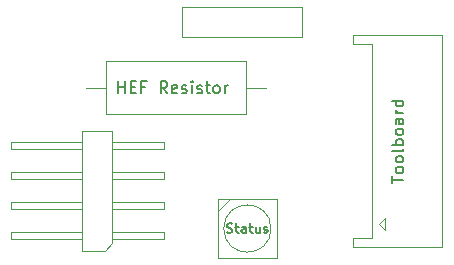
<source format=gbr>
%TF.GenerationSoftware,KiCad,Pcbnew,(6.0.7)*%
%TF.CreationDate,2022-11-20T15:50:49-05:00*%
%TF.ProjectId,CANBurner,43414e42-7572-46e6-9572-2e6b69636164,2.0*%
%TF.SameCoordinates,Original*%
%TF.FileFunction,AssemblyDrawing,Top*%
%FSLAX46Y46*%
G04 Gerber Fmt 4.6, Leading zero omitted, Abs format (unit mm)*
G04 Created by KiCad (PCBNEW (6.0.7)) date 2022-11-20 15:50:49*
%MOMM*%
%LPD*%
G01*
G04 APERTURE LIST*
%ADD10C,0.150000*%
%ADD11C,0.100000*%
G04 APERTURE END LIST*
D10*
%TO.C,Status*%
X79546666Y-40180623D02*
X79660952Y-40218718D01*
X79851428Y-40218718D01*
X79927619Y-40180623D01*
X79965714Y-40142528D01*
X80003809Y-40066337D01*
X80003809Y-39990147D01*
X79965714Y-39913956D01*
X79927619Y-39875861D01*
X79851428Y-39837766D01*
X79699047Y-39799671D01*
X79622857Y-39761575D01*
X79584761Y-39723480D01*
X79546666Y-39647290D01*
X79546666Y-39571099D01*
X79584761Y-39494909D01*
X79622857Y-39456814D01*
X79699047Y-39418718D01*
X79889523Y-39418718D01*
X80003809Y-39456814D01*
X80232380Y-39685385D02*
X80537142Y-39685385D01*
X80346666Y-39418718D02*
X80346666Y-40104433D01*
X80384761Y-40180623D01*
X80460952Y-40218718D01*
X80537142Y-40218718D01*
X81146666Y-40218718D02*
X81146666Y-39799671D01*
X81108571Y-39723480D01*
X81032380Y-39685385D01*
X80880000Y-39685385D01*
X80803809Y-39723480D01*
X81146666Y-40180623D02*
X81070476Y-40218718D01*
X80880000Y-40218718D01*
X80803809Y-40180623D01*
X80765714Y-40104433D01*
X80765714Y-40028242D01*
X80803809Y-39952052D01*
X80880000Y-39913956D01*
X81070476Y-39913956D01*
X81146666Y-39875861D01*
X81413333Y-39685385D02*
X81718095Y-39685385D01*
X81527619Y-39418718D02*
X81527619Y-40104433D01*
X81565714Y-40180623D01*
X81641904Y-40218718D01*
X81718095Y-40218718D01*
X82327619Y-39685385D02*
X82327619Y-40218718D01*
X81984761Y-39685385D02*
X81984761Y-40104433D01*
X82022857Y-40180623D01*
X82099047Y-40218718D01*
X82213333Y-40218718D01*
X82289523Y-40180623D01*
X82327619Y-40142528D01*
X82670476Y-40180623D02*
X82746666Y-40218718D01*
X82899047Y-40218718D01*
X82975238Y-40180623D01*
X83013333Y-40104433D01*
X83013333Y-40066337D01*
X82975238Y-39990147D01*
X82899047Y-39952052D01*
X82784761Y-39952052D01*
X82708571Y-39913956D01*
X82670476Y-39837766D01*
X82670476Y-39799671D01*
X82708571Y-39723480D01*
X82784761Y-39685385D01*
X82899047Y-39685385D01*
X82975238Y-39723480D01*
%TO.C,Toolboard*%
X93492380Y-36016428D02*
X93492380Y-35445000D01*
X94492380Y-35730714D02*
X93492380Y-35730714D01*
X94492380Y-34968809D02*
X94444761Y-35064047D01*
X94397142Y-35111666D01*
X94301904Y-35159285D01*
X94016190Y-35159285D01*
X93920952Y-35111666D01*
X93873333Y-35064047D01*
X93825714Y-34968809D01*
X93825714Y-34825952D01*
X93873333Y-34730714D01*
X93920952Y-34683095D01*
X94016190Y-34635476D01*
X94301904Y-34635476D01*
X94397142Y-34683095D01*
X94444761Y-34730714D01*
X94492380Y-34825952D01*
X94492380Y-34968809D01*
X94492380Y-34064047D02*
X94444761Y-34159285D01*
X94397142Y-34206904D01*
X94301904Y-34254523D01*
X94016190Y-34254523D01*
X93920952Y-34206904D01*
X93873333Y-34159285D01*
X93825714Y-34064047D01*
X93825714Y-33921190D01*
X93873333Y-33825952D01*
X93920952Y-33778333D01*
X94016190Y-33730714D01*
X94301904Y-33730714D01*
X94397142Y-33778333D01*
X94444761Y-33825952D01*
X94492380Y-33921190D01*
X94492380Y-34064047D01*
X94492380Y-33159285D02*
X94444761Y-33254523D01*
X94349523Y-33302142D01*
X93492380Y-33302142D01*
X94492380Y-32778333D02*
X93492380Y-32778333D01*
X93873333Y-32778333D02*
X93825714Y-32683095D01*
X93825714Y-32492619D01*
X93873333Y-32397380D01*
X93920952Y-32349761D01*
X94016190Y-32302142D01*
X94301904Y-32302142D01*
X94397142Y-32349761D01*
X94444761Y-32397380D01*
X94492380Y-32492619D01*
X94492380Y-32683095D01*
X94444761Y-32778333D01*
X94492380Y-31730714D02*
X94444761Y-31825952D01*
X94397142Y-31873571D01*
X94301904Y-31921190D01*
X94016190Y-31921190D01*
X93920952Y-31873571D01*
X93873333Y-31825952D01*
X93825714Y-31730714D01*
X93825714Y-31587857D01*
X93873333Y-31492619D01*
X93920952Y-31445000D01*
X94016190Y-31397380D01*
X94301904Y-31397380D01*
X94397142Y-31445000D01*
X94444761Y-31492619D01*
X94492380Y-31587857D01*
X94492380Y-31730714D01*
X94492380Y-30540238D02*
X93968571Y-30540238D01*
X93873333Y-30587857D01*
X93825714Y-30683095D01*
X93825714Y-30873571D01*
X93873333Y-30968809D01*
X94444761Y-30540238D02*
X94492380Y-30635476D01*
X94492380Y-30873571D01*
X94444761Y-30968809D01*
X94349523Y-31016428D01*
X94254285Y-31016428D01*
X94159047Y-30968809D01*
X94111428Y-30873571D01*
X94111428Y-30635476D01*
X94063809Y-30540238D01*
X94492380Y-30064047D02*
X93825714Y-30064047D01*
X94016190Y-30064047D02*
X93920952Y-30016428D01*
X93873333Y-29968809D01*
X93825714Y-29873571D01*
X93825714Y-29778333D01*
X94492380Y-29016428D02*
X93492380Y-29016428D01*
X94444761Y-29016428D02*
X94492380Y-29111666D01*
X94492380Y-29302142D01*
X94444761Y-29397380D01*
X94397142Y-29445000D01*
X94301904Y-29492619D01*
X94016190Y-29492619D01*
X93920952Y-29445000D01*
X93873333Y-29397380D01*
X93825714Y-29302142D01*
X93825714Y-29111666D01*
X93873333Y-29016428D01*
%TO.C,HEF Resistor*%
X70358571Y-28392380D02*
X70358571Y-27392380D01*
X70358571Y-27868571D02*
X70930000Y-27868571D01*
X70930000Y-28392380D02*
X70930000Y-27392380D01*
X71406190Y-27868571D02*
X71739523Y-27868571D01*
X71882380Y-28392380D02*
X71406190Y-28392380D01*
X71406190Y-27392380D01*
X71882380Y-27392380D01*
X72644285Y-27868571D02*
X72310952Y-27868571D01*
X72310952Y-28392380D02*
X72310952Y-27392380D01*
X72787142Y-27392380D01*
X74501428Y-28392380D02*
X74168095Y-27916190D01*
X73930000Y-28392380D02*
X73930000Y-27392380D01*
X74310952Y-27392380D01*
X74406190Y-27440000D01*
X74453809Y-27487619D01*
X74501428Y-27582857D01*
X74501428Y-27725714D01*
X74453809Y-27820952D01*
X74406190Y-27868571D01*
X74310952Y-27916190D01*
X73930000Y-27916190D01*
X75310952Y-28344761D02*
X75215714Y-28392380D01*
X75025238Y-28392380D01*
X74930000Y-28344761D01*
X74882380Y-28249523D01*
X74882380Y-27868571D01*
X74930000Y-27773333D01*
X75025238Y-27725714D01*
X75215714Y-27725714D01*
X75310952Y-27773333D01*
X75358571Y-27868571D01*
X75358571Y-27963809D01*
X74882380Y-28059047D01*
X75739523Y-28344761D02*
X75834761Y-28392380D01*
X76025238Y-28392380D01*
X76120476Y-28344761D01*
X76168095Y-28249523D01*
X76168095Y-28201904D01*
X76120476Y-28106666D01*
X76025238Y-28059047D01*
X75882380Y-28059047D01*
X75787142Y-28011428D01*
X75739523Y-27916190D01*
X75739523Y-27868571D01*
X75787142Y-27773333D01*
X75882380Y-27725714D01*
X76025238Y-27725714D01*
X76120476Y-27773333D01*
X76596666Y-28392380D02*
X76596666Y-27725714D01*
X76596666Y-27392380D02*
X76549047Y-27440000D01*
X76596666Y-27487619D01*
X76644285Y-27440000D01*
X76596666Y-27392380D01*
X76596666Y-27487619D01*
X77025238Y-28344761D02*
X77120476Y-28392380D01*
X77310952Y-28392380D01*
X77406190Y-28344761D01*
X77453809Y-28249523D01*
X77453809Y-28201904D01*
X77406190Y-28106666D01*
X77310952Y-28059047D01*
X77168095Y-28059047D01*
X77072857Y-28011428D01*
X77025238Y-27916190D01*
X77025238Y-27868571D01*
X77072857Y-27773333D01*
X77168095Y-27725714D01*
X77310952Y-27725714D01*
X77406190Y-27773333D01*
X77739523Y-27725714D02*
X78120476Y-27725714D01*
X77882380Y-27392380D02*
X77882380Y-28249523D01*
X77930000Y-28344761D01*
X78025238Y-28392380D01*
X78120476Y-28392380D01*
X78596666Y-28392380D02*
X78501428Y-28344761D01*
X78453809Y-28297142D01*
X78406190Y-28201904D01*
X78406190Y-27916190D01*
X78453809Y-27820952D01*
X78501428Y-27773333D01*
X78596666Y-27725714D01*
X78739523Y-27725714D01*
X78834761Y-27773333D01*
X78882380Y-27820952D01*
X78930000Y-27916190D01*
X78930000Y-28201904D01*
X78882380Y-28297142D01*
X78834761Y-28344761D01*
X78739523Y-28392380D01*
X78596666Y-28392380D01*
X79358571Y-28392380D02*
X79358571Y-27725714D01*
X79358571Y-27916190D02*
X79406190Y-27820952D01*
X79453809Y-27773333D01*
X79549047Y-27725714D01*
X79644285Y-27725714D01*
D11*
%TO.C,I\u00B2C*%
X75729469Y-21060407D02*
X85889469Y-21060407D01*
X75729469Y-23600407D02*
X75729469Y-21060407D01*
X85889469Y-21060407D02*
X85881594Y-23598675D01*
X85881594Y-23598675D02*
X75729469Y-23600407D01*
%TO.C,Status*%
X83780000Y-42356814D02*
X78780000Y-42356814D01*
X78780000Y-38356814D02*
X79780000Y-37356814D01*
X78780000Y-42356814D02*
X78780000Y-37356814D01*
X78780000Y-37356814D02*
X83780000Y-37356814D01*
X83780000Y-37356814D02*
X83780000Y-42356814D01*
X83280000Y-39856814D02*
G75*
G03*
X83280000Y-39856814I-2000000J0D01*
G01*
%TO.C,Toolboard*%
X91790000Y-24195000D02*
X91790000Y-40695000D01*
X90190000Y-40695000D02*
X90190000Y-41395000D01*
X92415000Y-39445000D02*
X92915000Y-39945000D01*
X92915000Y-38945000D02*
X92415000Y-39445000D01*
X90190000Y-24195000D02*
X91790000Y-24195000D01*
X90190000Y-41395000D02*
X97790000Y-41395000D01*
X90190000Y-23495000D02*
X90190000Y-24195000D01*
X92915000Y-39945000D02*
X92915000Y-38945000D01*
X97790000Y-41395000D02*
X97790000Y-23495000D01*
X97790000Y-23495000D02*
X90190000Y-23495000D01*
X91790000Y-40695000D02*
X90190000Y-40695000D01*
%TO.C,HEF Resistor*%
X69280000Y-25690000D02*
X69280000Y-30190000D01*
X82850000Y-27940000D02*
X81180000Y-27940000D01*
X69280000Y-30190000D02*
X81180000Y-30190000D01*
X81180000Y-30190000D02*
X81180000Y-25690000D01*
X81180000Y-25690000D02*
X69280000Y-25690000D01*
X67610000Y-27940000D02*
X69280000Y-27940000D01*
%TO.C,J1*%
X67301315Y-31555026D02*
X69841315Y-31555026D01*
X69206315Y-41715026D02*
X67301315Y-41715026D01*
X74201315Y-33145026D02*
X69841315Y-33145026D01*
X61301315Y-38225026D02*
X61301315Y-37585026D01*
X67301315Y-38225026D02*
X61301315Y-38225026D01*
X67301315Y-35045026D02*
X61301315Y-35045026D01*
X61301315Y-40765026D02*
X61301315Y-40125026D01*
X67301315Y-33145026D02*
X61301315Y-33145026D01*
X61301315Y-33145026D02*
X61301315Y-32505026D01*
X74201315Y-37585026D02*
X69841315Y-37585026D01*
X67301315Y-37585026D02*
X61301315Y-37585026D01*
X74201315Y-40765026D02*
X74201315Y-40125026D01*
X74201315Y-38225026D02*
X74201315Y-37585026D01*
X74201315Y-35045026D02*
X69841315Y-35045026D01*
X74201315Y-35685026D02*
X69841315Y-35685026D01*
X67301315Y-40125026D02*
X61301315Y-40125026D01*
X69841315Y-41080026D02*
X69206315Y-41715026D01*
X61301315Y-35685026D02*
X61301315Y-35045026D01*
X74201315Y-32505026D02*
X69841315Y-32505026D01*
X74201315Y-40125026D02*
X69841315Y-40125026D01*
X74201315Y-33145026D02*
X74201315Y-32505026D01*
X67301315Y-41715026D02*
X67301315Y-31555026D01*
X67301315Y-35685026D02*
X61301315Y-35685026D01*
X67301315Y-32505026D02*
X61301315Y-32505026D01*
X74201315Y-38225026D02*
X69841315Y-38225026D01*
X74201315Y-35685026D02*
X74201315Y-35045026D01*
X69841315Y-31555026D02*
X69841315Y-41080026D01*
X67301315Y-40765026D02*
X61301315Y-40765026D01*
X74201315Y-40765026D02*
X69841315Y-40765026D01*
%TD*%
M02*

</source>
